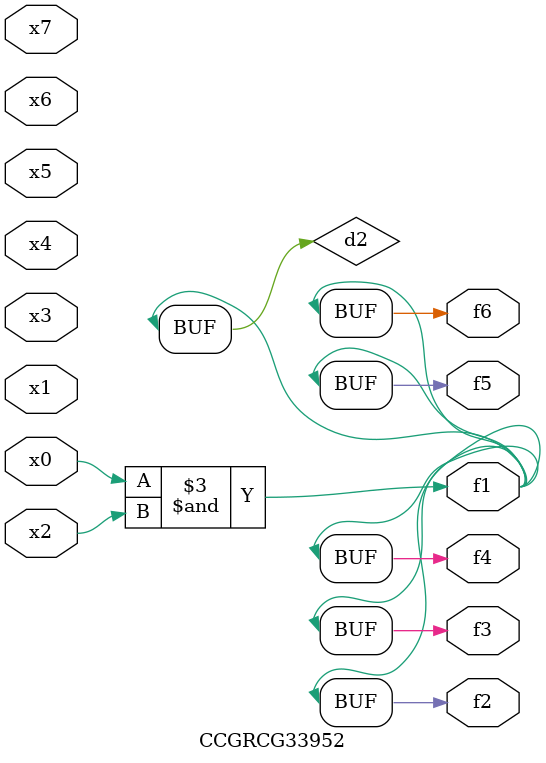
<source format=v>
module CCGRCG33952(
	input x0, x1, x2, x3, x4, x5, x6, x7,
	output f1, f2, f3, f4, f5, f6
);

	wire d1, d2;

	nor (d1, x3, x6);
	and (d2, x0, x2);
	assign f1 = d2;
	assign f2 = d2;
	assign f3 = d2;
	assign f4 = d2;
	assign f5 = d2;
	assign f6 = d2;
endmodule

</source>
